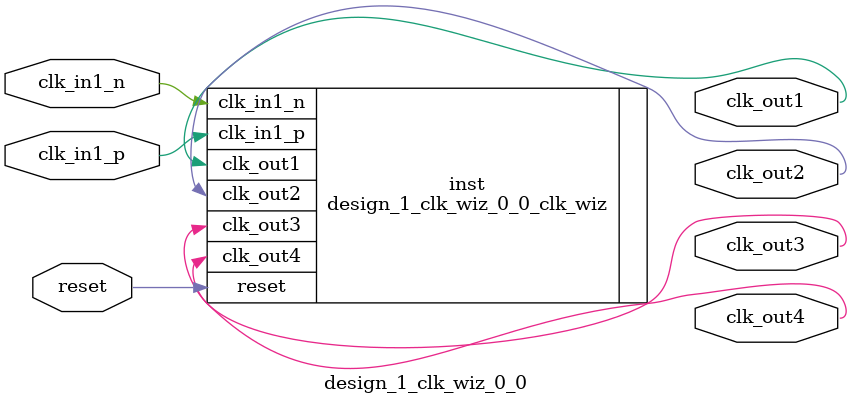
<source format=v>


`timescale 1ps/1ps

(* CORE_GENERATION_INFO = "design_1_clk_wiz_0_0,clk_wiz_v5_4_1_0,{component_name=design_1_clk_wiz_0_0,use_phase_alignment=true,use_min_o_jitter=false,use_max_i_jitter=false,use_dyn_phase_shift=false,use_inclk_switchover=false,use_dyn_reconfig=false,enable_axi=0,feedback_source=FDBK_AUTO,PRIMITIVE=MMCM,num_out_clk=4,clkin1_period=5.000,clkin2_period=10.0,use_power_down=false,use_reset=true,use_locked=false,use_inclk_stopped=false,feedback_type=SINGLE,CLOCK_MGR_TYPE=NA,manual_override=false}" *)

module design_1_clk_wiz_0_0 
 (
  // Clock out ports
  output        clk_out1,
  output        clk_out2,
  output        clk_out3,
  output        clk_out4,
  // Status and control signals
  input         reset,
 // Clock in ports
  input         clk_in1_p,
  input         clk_in1_n
 );

  design_1_clk_wiz_0_0_clk_wiz inst
  (
  // Clock out ports  
  .clk_out1(clk_out1),
  .clk_out2(clk_out2),
  .clk_out3(clk_out3),
  .clk_out4(clk_out4),
  // Status and control signals               
  .reset(reset), 
 // Clock in ports
  .clk_in1_p(clk_in1_p),
  .clk_in1_n(clk_in1_n)
  );

endmodule

</source>
